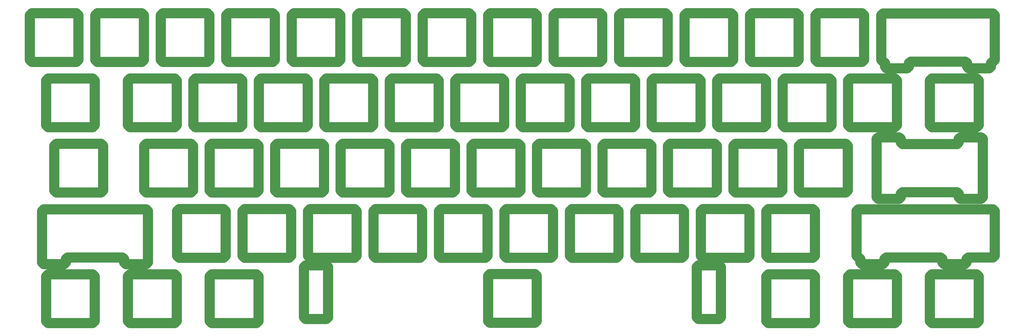
<source format=gbr>
G04 #@! TF.GenerationSoftware,KiCad,Pcbnew,(5.1.11)-1*
G04 #@! TF.CreationDate,2022-08-10T17:44:51+07:00*
G04 #@! TF.ProjectId,Plate,506c6174-652e-46b6-9963-61645f706362,rev?*
G04 #@! TF.SameCoordinates,Original*
G04 #@! TF.FileFunction,Legend,Bot*
G04 #@! TF.FilePolarity,Positive*
%FSLAX45Y45*%
G04 Gerber Fmt 4.5, Leading zero omitted, Abs format (unit mm)*
G04 Created by KiCad (PCBNEW (5.1.11)-1) date 2022-08-10 17:44:51*
%MOMM*%
%LPD*%
G01*
G04 APERTURE LIST*
%ADD10C,3.000000*%
G04 APERTURE END LIST*
D10*
X24959748Y-11765557D02*
X28879123Y-11765557D01*
X24959748Y-11765557D02*
X24909748Y-11815557D01*
X24909748Y-13115557D02*
X24909748Y-11815557D01*
X24909748Y-13115557D02*
X24959748Y-13165557D01*
X24968448Y-13165557D02*
X24959748Y-13165557D01*
X25018448Y-13215557D02*
X24968448Y-13165557D01*
X25018448Y-13315557D02*
X25018448Y-13215557D01*
X25018448Y-13315557D02*
X25068448Y-13365557D01*
X25668448Y-13365557D02*
X25068448Y-13365557D01*
X25668448Y-13365557D02*
X25718448Y-13315557D01*
X25718448Y-13215557D02*
X25718448Y-13315557D01*
X25768448Y-13165557D02*
X25718448Y-13215557D01*
X27356048Y-13165557D02*
X25768448Y-13165557D01*
X27406048Y-13215557D02*
X27356048Y-13165557D01*
X27406048Y-13315557D02*
X27406048Y-13215557D01*
X27406048Y-13315557D02*
X27456048Y-13365557D01*
X28056048Y-13365557D02*
X27456048Y-13365557D01*
X28056048Y-13365557D02*
X28106048Y-13315557D01*
X28106048Y-13215557D02*
X28106048Y-13315557D01*
X28156048Y-13165557D02*
X28106048Y-13215557D01*
X28879123Y-13165557D02*
X28156048Y-13165557D01*
X28879123Y-13165557D02*
X28929123Y-13115557D01*
X28929123Y-11815557D02*
X28929123Y-13115557D01*
X28929123Y-11815557D02*
X28879123Y-11765557D01*
X25674123Y-6050557D02*
X28879123Y-6050557D01*
X25674123Y-6050557D02*
X25624123Y-6100557D01*
X25624123Y-7400557D02*
X25624123Y-6100557D01*
X25624123Y-7400557D02*
X25674123Y-7450557D01*
X25682823Y-7450557D02*
X25674123Y-7450557D01*
X25732823Y-7500557D02*
X25682823Y-7450557D01*
X25732823Y-7600557D02*
X25732823Y-7500557D01*
X25732823Y-7600557D02*
X25782823Y-7650557D01*
X26382823Y-7650557D02*
X25782823Y-7650557D01*
X26382823Y-7650557D02*
X26432823Y-7600557D01*
X26432823Y-7500557D02*
X26432823Y-7600557D01*
X26482823Y-7450557D02*
X26432823Y-7500557D01*
X28070423Y-7450557D02*
X26482823Y-7450557D01*
X28120423Y-7500557D02*
X28070423Y-7450557D01*
X28120423Y-7600557D02*
X28120423Y-7500557D01*
X28120423Y-7600557D02*
X28170423Y-7650557D01*
X28770423Y-7650557D02*
X28170423Y-7650557D01*
X28770423Y-7650557D02*
X28820423Y-7600557D01*
X28820423Y-7500557D02*
X28820423Y-7600557D01*
X28870423Y-7450557D02*
X28820423Y-7500557D01*
X28879123Y-7450557D02*
X28870423Y-7450557D01*
X28879123Y-7450557D02*
X28929123Y-7400557D01*
X28929123Y-6100557D02*
X28929123Y-7400557D01*
X28929123Y-6100557D02*
X28879123Y-6050557D01*
X9479124Y-13396479D02*
X9529124Y-13446479D01*
X8879124Y-13396479D02*
X9479124Y-13396479D01*
X8829124Y-13446479D02*
X8879124Y-13396479D01*
X8829124Y-14915557D02*
X8829124Y-13446479D01*
X8879124Y-14965557D02*
X8829124Y-14915557D01*
X9479124Y-14965557D02*
X8879124Y-14965557D01*
X9529124Y-14915557D02*
X9479124Y-14965557D01*
X9529124Y-13446479D02*
X9529124Y-14915557D01*
X20909123Y-13396479D02*
X20959123Y-13446479D01*
X20309123Y-13396479D02*
X20909123Y-13396479D01*
X20259123Y-13446479D02*
X20309123Y-13396479D01*
X20259123Y-14915557D02*
X20259123Y-13446479D01*
X20309123Y-14965557D02*
X20259123Y-14915557D01*
X20909123Y-14965557D02*
X20309123Y-14965557D01*
X20959123Y-14915557D02*
X20909123Y-14965557D01*
X20959123Y-13446479D02*
X20959123Y-14915557D01*
X15553409Y-13655557D02*
X15604123Y-13706272D01*
X14234837Y-13655557D02*
X15553409Y-13655557D01*
X14184123Y-13706272D02*
X14234837Y-13655557D01*
X14184123Y-15024843D02*
X14184123Y-13706272D01*
X14234837Y-15075557D02*
X14184123Y-15024843D01*
X15553409Y-15075557D02*
X14234837Y-15075557D01*
X15604123Y-15024843D02*
X15553409Y-15075557D01*
X15604123Y-13706272D02*
X15604123Y-15024843D01*
X25069092Y-6040558D02*
X25129106Y-6100571D01*
X23769154Y-6040558D02*
X25069092Y-6040558D01*
X23709123Y-6100571D02*
X23769154Y-6040558D01*
X23709123Y-7400509D02*
X23709123Y-6100571D01*
X23769154Y-7460523D02*
X23709123Y-7400509D01*
X25069092Y-7460523D02*
X23769154Y-7460523D01*
X25129106Y-7400509D02*
X25069092Y-7460523D01*
X25129106Y-6100571D02*
X25129106Y-7400509D01*
X23164109Y-6040558D02*
X23224106Y-6100571D01*
X21864137Y-6040558D02*
X23164109Y-6040558D01*
X21804123Y-6100571D02*
X21864137Y-6040558D01*
X21804123Y-7400509D02*
X21804123Y-6100571D01*
X21864137Y-7460523D02*
X21804123Y-7400509D01*
X23164109Y-7460523D02*
X21864137Y-7460523D01*
X23224106Y-7400509D02*
X23164109Y-7460523D01*
X23224106Y-6100571D02*
X23224106Y-7400509D01*
X21259109Y-6040558D02*
X21319106Y-6100571D01*
X19959137Y-6040558D02*
X21259109Y-6040558D01*
X19899123Y-6100571D02*
X19959137Y-6040558D01*
X19899123Y-7400509D02*
X19899123Y-6100571D01*
X19959137Y-7460523D02*
X19899123Y-7400509D01*
X21259109Y-7460523D02*
X19959137Y-7460523D01*
X21319106Y-7400509D02*
X21259109Y-7460523D01*
X21319106Y-6100571D02*
X21319106Y-7400509D01*
X19354109Y-6040558D02*
X19414106Y-6100571D01*
X18054137Y-6040558D02*
X19354109Y-6040558D01*
X17994123Y-6100571D02*
X18054137Y-6040558D01*
X17994123Y-7400509D02*
X17994123Y-6100571D01*
X18054137Y-7460523D02*
X17994123Y-7400509D01*
X19354109Y-7460523D02*
X18054137Y-7460523D01*
X19414106Y-7400509D02*
X19354109Y-7460523D01*
X19414106Y-6100571D02*
X19414106Y-7400509D01*
X17449109Y-6040558D02*
X17509106Y-6100571D01*
X16149137Y-6040558D02*
X17449109Y-6040558D01*
X16089123Y-6100571D02*
X16149137Y-6040558D01*
X16089123Y-7400509D02*
X16089123Y-6100571D01*
X16149137Y-7460523D02*
X16089123Y-7400509D01*
X17449109Y-7460523D02*
X16149137Y-7460523D01*
X17509106Y-7400509D02*
X17449109Y-7460523D01*
X17509106Y-6100571D02*
X17509106Y-7400509D01*
X15544109Y-6040558D02*
X15604106Y-6100571D01*
X14244137Y-6040558D02*
X15544109Y-6040558D01*
X14184123Y-6100571D02*
X14244137Y-6040558D01*
X14184123Y-7400509D02*
X14184123Y-6100571D01*
X14244137Y-7460523D02*
X14184123Y-7400509D01*
X15544109Y-7460523D02*
X14244137Y-7460523D01*
X15604106Y-7400509D02*
X15544109Y-7460523D01*
X15604106Y-6100571D02*
X15604106Y-7400509D01*
X13639109Y-6040558D02*
X13699106Y-6100571D01*
X12338999Y-6040558D02*
X13639109Y-6040558D01*
X12278986Y-6100571D02*
X12338999Y-6040558D01*
X12278986Y-7400509D02*
X12278986Y-6100571D01*
X12338999Y-7460523D02*
X12278986Y-7400509D01*
X13639109Y-7460523D02*
X12338999Y-7460523D01*
X13699106Y-7400509D02*
X13639109Y-7460523D01*
X13699106Y-6100571D02*
X13699106Y-7400509D01*
X11734109Y-6040558D02*
X11794106Y-6100571D01*
X10433999Y-6040558D02*
X11734109Y-6040558D01*
X10373986Y-6100571D02*
X10433999Y-6040558D01*
X10373986Y-7400509D02*
X10373986Y-6100571D01*
X10433999Y-7460523D02*
X10373986Y-7400509D01*
X11734109Y-7460523D02*
X10433999Y-7460523D01*
X11794106Y-7400509D02*
X11734109Y-7460523D01*
X11794106Y-6100571D02*
X11794106Y-7400509D01*
X9829109Y-6040558D02*
X9889106Y-6100571D01*
X8529137Y-6040558D02*
X9829109Y-6040558D01*
X8469123Y-6100571D02*
X8529137Y-6040558D01*
X8469123Y-7400509D02*
X8469123Y-6100571D01*
X8529137Y-7460523D02*
X8469123Y-7400509D01*
X9829109Y-7460523D02*
X8529137Y-7460523D01*
X9889106Y-7400509D02*
X9829109Y-7460523D01*
X9889106Y-6100571D02*
X9889106Y-7400509D01*
X7924109Y-6040558D02*
X7984106Y-6100571D01*
X6624137Y-6040558D02*
X7924109Y-6040558D01*
X6564123Y-6100571D02*
X6624137Y-6040558D01*
X6564123Y-7400509D02*
X6564123Y-6100571D01*
X6624137Y-7460523D02*
X6564123Y-7400509D01*
X7924109Y-7460523D02*
X6624137Y-7460523D01*
X7984106Y-7400509D02*
X7924109Y-7460523D01*
X7984106Y-6100571D02*
X7984106Y-7400509D01*
X6019109Y-6040558D02*
X6079106Y-6100571D01*
X4719137Y-6040558D02*
X6019109Y-6040558D01*
X4659123Y-6100571D02*
X4719137Y-6040558D01*
X4659123Y-7400509D02*
X4659123Y-6100571D01*
X4719137Y-7460523D02*
X4659123Y-7400509D01*
X6019109Y-7460523D02*
X4719137Y-7460523D01*
X6079106Y-7400509D02*
X6019109Y-7460523D01*
X6079106Y-6100571D02*
X6079106Y-7400509D01*
X4114109Y-6040558D02*
X4174106Y-6100571D01*
X2814137Y-6040558D02*
X4114109Y-6040558D01*
X2754123Y-6100571D02*
X2814137Y-6040558D01*
X2754123Y-7400509D02*
X2754123Y-6100571D01*
X2814137Y-7460523D02*
X2754123Y-7400509D01*
X4114109Y-7460523D02*
X2814137Y-7460523D01*
X4174106Y-7400509D02*
X4114109Y-7460523D01*
X4174106Y-6100571D02*
X4174106Y-7400509D01*
X2209109Y-6040558D02*
X2269106Y-6100571D01*
X909137Y-6040558D02*
X2209109Y-6040558D01*
X849123Y-6100571D02*
X909137Y-6040558D01*
X849123Y-7400509D02*
X849123Y-6100571D01*
X909137Y-7460523D02*
X849123Y-7400509D01*
X2209109Y-7460523D02*
X909137Y-7460523D01*
X2269106Y-7400509D02*
X2209109Y-7460523D01*
X2269106Y-6100571D02*
X2269106Y-7400509D01*
X28402842Y-7945558D02*
X28462856Y-8005571D01*
X27102904Y-7945558D02*
X28402842Y-7945558D01*
X27042891Y-8005571D02*
X27102904Y-7945558D01*
X27042891Y-9305509D02*
X27042891Y-8005571D01*
X27102904Y-9365523D02*
X27042891Y-9305509D01*
X28402842Y-9365523D02*
X27102904Y-9365523D01*
X28462856Y-9305509D02*
X28402842Y-9365523D01*
X28462856Y-8005571D02*
X28462856Y-9305509D01*
X26021592Y-7945558D02*
X26081606Y-8005571D01*
X24721654Y-7945558D02*
X26021592Y-7945558D01*
X24661641Y-8005571D02*
X24721654Y-7945558D01*
X24661641Y-9305509D02*
X24661641Y-8005571D01*
X24721654Y-9365523D02*
X24661641Y-9305509D01*
X26021592Y-9365523D02*
X24721654Y-9365523D01*
X26081606Y-9305509D02*
X26021592Y-9365523D01*
X26081606Y-8005571D02*
X26081606Y-9305509D01*
X24116592Y-7945558D02*
X24176606Y-8005571D01*
X22816637Y-7945558D02*
X24116592Y-7945558D01*
X22756623Y-8005571D02*
X22816637Y-7945558D01*
X22756623Y-9305509D02*
X22756623Y-8005571D01*
X22816637Y-9365523D02*
X22756623Y-9305509D01*
X24116592Y-9365523D02*
X22816637Y-9365523D01*
X24176606Y-9305509D02*
X24116592Y-9365523D01*
X24176606Y-8005571D02*
X24176606Y-9305509D01*
X22211609Y-7945558D02*
X22271606Y-8005571D01*
X20911637Y-7945558D02*
X22211609Y-7945558D01*
X20851623Y-8005571D02*
X20911637Y-7945558D01*
X20851623Y-9305509D02*
X20851623Y-8005571D01*
X20911637Y-9365523D02*
X20851623Y-9305509D01*
X22211609Y-9365523D02*
X20911637Y-9365523D01*
X22271606Y-9305509D02*
X22211609Y-9365523D01*
X22271606Y-8005571D02*
X22271606Y-9305509D01*
X20306609Y-7945558D02*
X20366606Y-8005571D01*
X19006637Y-7945558D02*
X20306609Y-7945558D01*
X18946623Y-8005571D02*
X19006637Y-7945558D01*
X18946623Y-9305509D02*
X18946623Y-8005571D01*
X19006637Y-9365523D02*
X18946623Y-9305509D01*
X20306609Y-9365523D02*
X19006637Y-9365523D01*
X20366606Y-9305509D02*
X20306609Y-9365523D01*
X20366606Y-8005571D02*
X20366606Y-9305509D01*
X18401609Y-7945558D02*
X18461606Y-8005571D01*
X17101637Y-7945558D02*
X18401609Y-7945558D01*
X17041623Y-8005571D02*
X17101637Y-7945558D01*
X17041623Y-9305509D02*
X17041623Y-8005571D01*
X17101637Y-9365523D02*
X17041623Y-9305509D01*
X18401609Y-9365523D02*
X17101637Y-9365523D01*
X18461606Y-9305509D02*
X18401609Y-9365523D01*
X18461606Y-8005571D02*
X18461606Y-9305509D01*
X16496609Y-7945558D02*
X16556606Y-8005571D01*
X15196637Y-7945558D02*
X16496609Y-7945558D01*
X15136623Y-8005571D02*
X15196637Y-7945558D01*
X15136623Y-9305509D02*
X15136623Y-8005571D01*
X15196637Y-9365523D02*
X15136623Y-9305509D01*
X16496609Y-9365523D02*
X15196637Y-9365523D01*
X16556606Y-9305509D02*
X16496609Y-9365523D01*
X16556606Y-8005571D02*
X16556606Y-9305509D01*
X14591609Y-7945558D02*
X14651606Y-8005571D01*
X13291637Y-7945558D02*
X14591609Y-7945558D01*
X13231623Y-8005571D02*
X13291637Y-7945558D01*
X13231623Y-9305509D02*
X13231623Y-8005571D01*
X13291637Y-9365523D02*
X13231623Y-9305509D01*
X14591609Y-9365523D02*
X13291637Y-9365523D01*
X14651606Y-9305509D02*
X14591609Y-9365523D01*
X14651606Y-8005571D02*
X14651606Y-9305509D01*
X12686609Y-7945558D02*
X12746606Y-8005571D01*
X11386637Y-7945558D02*
X12686609Y-7945558D01*
X11326623Y-8005571D02*
X11386637Y-7945558D01*
X11326623Y-9305509D02*
X11326623Y-8005571D01*
X11386637Y-9365523D02*
X11326623Y-9305509D01*
X12686609Y-9365523D02*
X11386637Y-9365523D01*
X12746606Y-9305509D02*
X12686609Y-9365523D01*
X12746606Y-8005571D02*
X12746606Y-9305509D01*
X10781609Y-7945558D02*
X10841606Y-8005571D01*
X9481637Y-7945558D02*
X10781609Y-7945558D01*
X9421623Y-8005571D02*
X9481637Y-7945558D01*
X9421623Y-9305509D02*
X9421623Y-8005571D01*
X9481637Y-9365523D02*
X9421623Y-9305509D01*
X10781609Y-9365523D02*
X9481637Y-9365523D01*
X10841606Y-9305509D02*
X10781609Y-9365523D01*
X10841606Y-8005571D02*
X10841606Y-9305509D01*
X8876609Y-7945558D02*
X8936606Y-8005571D01*
X7576637Y-7945558D02*
X8876609Y-7945558D01*
X7516623Y-8005571D02*
X7576637Y-7945558D01*
X7516623Y-9305509D02*
X7516623Y-8005571D01*
X7576637Y-9365523D02*
X7516623Y-9305509D01*
X8876609Y-9365523D02*
X7576637Y-9365523D01*
X8936606Y-9305509D02*
X8876609Y-9365523D01*
X8936606Y-8005571D02*
X8936606Y-9305509D01*
X6971609Y-7945558D02*
X7031606Y-8005571D01*
X5671637Y-7945558D02*
X6971609Y-7945558D01*
X5611623Y-8005571D02*
X5671637Y-7945558D01*
X5611623Y-9305509D02*
X5611623Y-8005571D01*
X5671637Y-9365523D02*
X5611623Y-9305509D01*
X6971609Y-9365523D02*
X5671637Y-9365523D01*
X7031606Y-9305509D02*
X6971609Y-9365523D01*
X7031606Y-8005571D02*
X7031606Y-9305509D01*
X5066609Y-7945558D02*
X5126606Y-8005571D01*
X3766637Y-7945558D02*
X5066609Y-7945558D01*
X3706623Y-8005571D02*
X3766637Y-7945558D01*
X3706623Y-9305509D02*
X3706623Y-8005571D01*
X3766637Y-9365523D02*
X3706623Y-9305509D01*
X5066609Y-9365523D02*
X3766637Y-9365523D01*
X5126606Y-9305509D02*
X5066609Y-9365523D01*
X5126606Y-8005571D02*
X5126606Y-9305509D01*
X2685359Y-7945558D02*
X2745356Y-8005571D01*
X1385387Y-7945558D02*
X2685359Y-7945558D01*
X1325373Y-8005571D02*
X1385387Y-7945558D01*
X1325373Y-9305509D02*
X1325373Y-8005571D01*
X1385387Y-9365523D02*
X1325373Y-9305509D01*
X2685359Y-9365523D02*
X1385387Y-9365523D01*
X2745356Y-9305509D02*
X2685359Y-9365523D01*
X2745356Y-8005571D02*
X2745356Y-9305509D01*
X24592842Y-9850558D02*
X24652856Y-9910571D01*
X23292887Y-9850558D02*
X24592842Y-9850558D01*
X23232873Y-9910571D02*
X23292887Y-9850558D01*
X23232873Y-11210509D02*
X23232873Y-9910571D01*
X23292887Y-11270523D02*
X23232873Y-11210509D01*
X24592842Y-11270523D02*
X23292887Y-11270523D01*
X24652856Y-11210509D02*
X24592842Y-11270523D01*
X24652856Y-9910571D02*
X24652856Y-11210509D01*
X22687859Y-9850558D02*
X22747856Y-9910571D01*
X21387887Y-9850558D02*
X22687859Y-9850558D01*
X21327873Y-9910571D02*
X21387887Y-9850558D01*
X21327873Y-11210509D02*
X21327873Y-9910571D01*
X21387887Y-11270523D02*
X21327873Y-11210509D01*
X22687859Y-11270523D02*
X21387887Y-11270523D01*
X22747856Y-11210509D02*
X22687859Y-11270523D01*
X22747856Y-9910571D02*
X22747856Y-11210509D01*
X20782859Y-9850558D02*
X20842856Y-9910571D01*
X19482887Y-9850558D02*
X20782859Y-9850558D01*
X19422873Y-9910571D02*
X19482887Y-9850558D01*
X19422873Y-11210509D02*
X19422873Y-9910571D01*
X19482887Y-11270523D02*
X19422873Y-11210509D01*
X20782859Y-11270523D02*
X19482887Y-11270523D01*
X20842856Y-11210509D02*
X20782859Y-11270523D01*
X20842856Y-9910571D02*
X20842856Y-11210509D01*
X18877859Y-9850558D02*
X18937856Y-9910571D01*
X17577887Y-9850558D02*
X18877859Y-9850558D01*
X17517873Y-9910571D02*
X17577887Y-9850558D01*
X17517873Y-11210509D02*
X17517873Y-9910571D01*
X17577887Y-11270523D02*
X17517873Y-11210509D01*
X18877859Y-11270523D02*
X17577887Y-11270523D01*
X18937856Y-11210509D02*
X18877859Y-11270523D01*
X18937856Y-9910571D02*
X18937856Y-11210509D01*
X16972859Y-9850558D02*
X17032856Y-9910571D01*
X15672887Y-9850558D02*
X16972859Y-9850558D01*
X15612873Y-9910571D02*
X15672887Y-9850558D01*
X15612873Y-11210509D02*
X15612873Y-9910571D01*
X15672887Y-11270523D02*
X15612873Y-11210509D01*
X16972859Y-11270523D02*
X15672887Y-11270523D01*
X17032856Y-11210509D02*
X16972859Y-11270523D01*
X17032856Y-9910571D02*
X17032856Y-11210509D01*
X15067859Y-9850558D02*
X15127856Y-9910571D01*
X13767887Y-9850558D02*
X15067859Y-9850558D01*
X13707873Y-9910571D02*
X13767887Y-9850558D01*
X13707873Y-11210509D02*
X13707873Y-9910571D01*
X13767887Y-11270523D02*
X13707873Y-11210509D01*
X15067859Y-11270523D02*
X13767887Y-11270523D01*
X15127856Y-11210509D02*
X15067859Y-11270523D01*
X15127856Y-9910571D02*
X15127856Y-11210509D01*
X13162859Y-9850558D02*
X13222856Y-9910571D01*
X11862887Y-9850558D02*
X13162859Y-9850558D01*
X11802873Y-9910571D02*
X11862887Y-9850558D01*
X11802873Y-11210509D02*
X11802873Y-9910571D01*
X11862887Y-11270523D02*
X11802873Y-11210509D01*
X13162859Y-11270523D02*
X11862887Y-11270523D01*
X13222856Y-11210509D02*
X13162859Y-11270523D01*
X13222856Y-9910571D02*
X13222856Y-11210509D01*
X11257859Y-9850558D02*
X11317856Y-9910571D01*
X9957887Y-9850558D02*
X11257859Y-9850558D01*
X9897873Y-9910571D02*
X9957887Y-9850558D01*
X9897873Y-11210509D02*
X9897873Y-9910571D01*
X9957887Y-11270523D02*
X9897873Y-11210509D01*
X11257859Y-11270523D02*
X9957887Y-11270523D01*
X11317856Y-11210509D02*
X11257859Y-11270523D01*
X11317856Y-9910571D02*
X11317856Y-11210509D01*
X9352859Y-9850558D02*
X9412856Y-9910571D01*
X8052887Y-9850558D02*
X9352859Y-9850558D01*
X7992873Y-9910571D02*
X8052887Y-9850558D01*
X7992873Y-11210509D02*
X7992873Y-9910571D01*
X8052887Y-11270523D02*
X7992873Y-11210509D01*
X9352859Y-11270523D02*
X8052887Y-11270523D01*
X9412856Y-11210509D02*
X9352859Y-11270523D01*
X9412856Y-9910571D02*
X9412856Y-11210509D01*
X7447859Y-9850558D02*
X7507856Y-9910571D01*
X6147887Y-9850558D02*
X7447859Y-9850558D01*
X6087873Y-9910571D02*
X6147887Y-9850558D01*
X6087873Y-11210509D02*
X6087873Y-9910571D01*
X6147887Y-11270523D02*
X6087873Y-11210509D01*
X7447859Y-11270523D02*
X6147887Y-11270523D01*
X7507856Y-11210509D02*
X7447859Y-11270523D01*
X7507856Y-9910571D02*
X7507856Y-11210509D01*
X5542859Y-9850558D02*
X5602856Y-9910571D01*
X4242887Y-9850558D02*
X5542859Y-9850558D01*
X4182873Y-9910571D02*
X4242887Y-9850558D01*
X4182873Y-11210509D02*
X4182873Y-9910571D01*
X4242887Y-11270523D02*
X4182873Y-11210509D01*
X5542859Y-11270523D02*
X4242887Y-11270523D01*
X5602856Y-11210509D02*
X5542859Y-11270523D01*
X5602856Y-9910571D02*
X5602856Y-11210509D01*
X2923484Y-9850558D02*
X2983481Y-9910571D01*
X1623374Y-9850558D02*
X2923484Y-9850558D01*
X1563361Y-9910571D02*
X1623374Y-9850558D01*
X1563361Y-11210509D02*
X1563361Y-9910571D01*
X1623374Y-11270523D02*
X1563361Y-11210509D01*
X2923484Y-11270523D02*
X1623374Y-11270523D01*
X2983481Y-11210509D02*
X2923484Y-11270523D01*
X2983481Y-9910571D02*
X2983481Y-11210509D01*
X23640359Y-11755558D02*
X23700356Y-11815571D01*
X22340387Y-11755558D02*
X23640359Y-11755558D01*
X22280373Y-11815571D02*
X22340387Y-11755558D01*
X22280373Y-13115509D02*
X22280373Y-11815571D01*
X22340387Y-13175523D02*
X22280373Y-13115509D01*
X23640359Y-13175523D02*
X22340387Y-13175523D01*
X23700356Y-13115509D02*
X23640359Y-13175523D01*
X23700356Y-11815571D02*
X23700356Y-13115509D01*
X21735359Y-11755558D02*
X21795356Y-11815571D01*
X20435387Y-11755558D02*
X21735359Y-11755558D01*
X20375373Y-11815571D02*
X20435387Y-11755558D01*
X20375373Y-13115509D02*
X20375373Y-11815571D01*
X20435387Y-13175523D02*
X20375373Y-13115509D01*
X21735359Y-13175523D02*
X20435387Y-13175523D01*
X21795356Y-13115509D02*
X21735359Y-13175523D01*
X21795356Y-11815571D02*
X21795356Y-13115509D01*
X19830359Y-11755558D02*
X19890356Y-11815571D01*
X18530387Y-11755558D02*
X19830359Y-11755558D01*
X18470373Y-11815571D02*
X18530387Y-11755558D01*
X18470373Y-13115509D02*
X18470373Y-11815571D01*
X18530387Y-13175523D02*
X18470373Y-13115509D01*
X19830359Y-13175523D02*
X18530387Y-13175523D01*
X19890356Y-13115509D02*
X19830359Y-13175523D01*
X19890356Y-11815571D02*
X19890356Y-13115509D01*
X17925359Y-11755558D02*
X17985356Y-11815571D01*
X16625387Y-11755558D02*
X17925359Y-11755558D01*
X16565373Y-11815571D02*
X16625387Y-11755558D01*
X16565373Y-13115509D02*
X16565373Y-11815571D01*
X16625387Y-13175523D02*
X16565373Y-13115509D01*
X17925359Y-13175523D02*
X16625387Y-13175523D01*
X17985356Y-13115509D02*
X17925359Y-13175523D01*
X17985356Y-11815571D02*
X17985356Y-13115509D01*
X16020359Y-11755558D02*
X16080356Y-11815571D01*
X14720387Y-11755558D02*
X16020359Y-11755558D01*
X14660373Y-11815571D02*
X14720387Y-11755558D01*
X14660373Y-13115509D02*
X14660373Y-11815571D01*
X14720387Y-13175523D02*
X14660373Y-13115509D01*
X16020359Y-13175523D02*
X14720387Y-13175523D01*
X16080356Y-13115509D02*
X16020359Y-13175523D01*
X16080356Y-11815571D02*
X16080356Y-13115509D01*
X14115359Y-11755558D02*
X14175356Y-11815571D01*
X12815387Y-11755558D02*
X14115359Y-11755558D01*
X12755373Y-11815571D02*
X12815387Y-11755558D01*
X12755373Y-13115509D02*
X12755373Y-11815571D01*
X12815387Y-13175523D02*
X12755373Y-13115509D01*
X14115359Y-13175523D02*
X12815387Y-13175523D01*
X14175356Y-13115509D02*
X14115359Y-13175523D01*
X14175356Y-11815571D02*
X14175356Y-13115509D01*
X12210359Y-11755558D02*
X12270356Y-11815571D01*
X10910387Y-11755558D02*
X12210359Y-11755558D01*
X10850373Y-11815571D02*
X10910387Y-11755558D01*
X10850373Y-13115509D02*
X10850373Y-11815571D01*
X10910387Y-13175523D02*
X10850373Y-13115509D01*
X12210359Y-13175523D02*
X10910387Y-13175523D01*
X12270356Y-13115509D02*
X12210359Y-13175523D01*
X12270356Y-11815571D02*
X12270356Y-13115509D01*
X10305359Y-11755558D02*
X10365356Y-11815571D01*
X9005387Y-11755558D02*
X10305359Y-11755558D01*
X8945373Y-11815571D02*
X9005387Y-11755558D01*
X8945373Y-13115509D02*
X8945373Y-11815571D01*
X9005387Y-13175523D02*
X8945373Y-13115509D01*
X10305359Y-13175523D02*
X9005387Y-13175523D01*
X10365356Y-13115509D02*
X10305359Y-13175523D01*
X10365356Y-11815571D02*
X10365356Y-13115509D01*
X8400359Y-11755558D02*
X8460356Y-11815571D01*
X7100387Y-11755558D02*
X8400359Y-11755558D01*
X7040373Y-11815571D02*
X7100387Y-11755558D01*
X7040373Y-13115509D02*
X7040373Y-11815571D01*
X7100387Y-13175523D02*
X7040373Y-13115509D01*
X8400359Y-13175523D02*
X7100387Y-13175523D01*
X8460356Y-13115509D02*
X8400359Y-13175523D01*
X8460356Y-11815571D02*
X8460356Y-13115509D01*
X6495359Y-11755558D02*
X6555356Y-11815571D01*
X5195387Y-11755558D02*
X6495359Y-11755558D01*
X5135373Y-11815571D02*
X5195387Y-11755558D01*
X5135373Y-13115509D02*
X5135373Y-11815571D01*
X5195387Y-13175523D02*
X5135373Y-13115509D01*
X6495359Y-13175523D02*
X5195387Y-13175523D01*
X6555356Y-13115509D02*
X6495359Y-13175523D01*
X6555356Y-11815571D02*
X6555356Y-13115509D01*
X28402842Y-13660558D02*
X28462856Y-13720571D01*
X27102904Y-13660558D02*
X28402842Y-13660558D01*
X27042891Y-13720571D02*
X27102904Y-13660558D01*
X27042891Y-15020509D02*
X27042891Y-13720571D01*
X27102904Y-15080523D02*
X27042891Y-15020509D01*
X28402842Y-15080523D02*
X27102904Y-15080523D01*
X28462856Y-15020509D02*
X28402842Y-15080523D01*
X28462856Y-13720571D02*
X28462856Y-15020509D01*
X26021592Y-13660558D02*
X26081606Y-13720571D01*
X24721654Y-13660558D02*
X26021592Y-13660558D01*
X24661641Y-13720571D02*
X24721654Y-13660558D01*
X24661641Y-15020509D02*
X24661641Y-13720571D01*
X24721654Y-15080523D02*
X24661641Y-15020509D01*
X26021592Y-15080523D02*
X24721654Y-15080523D01*
X26081606Y-15020509D02*
X26021592Y-15080523D01*
X26081606Y-13720571D02*
X26081606Y-15020509D01*
X23640359Y-13660558D02*
X23700356Y-13720571D01*
X22340387Y-13660558D02*
X23640359Y-13660558D01*
X22280373Y-13720571D02*
X22340387Y-13660558D01*
X22280373Y-15020509D02*
X22280373Y-13720571D01*
X22340387Y-15080523D02*
X22280373Y-15020509D01*
X23640359Y-15080523D02*
X22340387Y-15080523D01*
X23700356Y-15020509D02*
X23640359Y-15080523D01*
X23700356Y-13720571D02*
X23700356Y-15020509D01*
X7447859Y-13660558D02*
X7507856Y-13720571D01*
X6147887Y-13660558D02*
X7447859Y-13660558D01*
X6087873Y-13720571D02*
X6147887Y-13660558D01*
X6087873Y-15020509D02*
X6087873Y-13720571D01*
X6147887Y-15080523D02*
X6087873Y-15020509D01*
X7447859Y-15080523D02*
X6147887Y-15080523D01*
X7507856Y-15020509D02*
X7447859Y-15080523D01*
X7507856Y-13720571D02*
X7507856Y-15020509D01*
X5066609Y-13660558D02*
X5126606Y-13720571D01*
X3766637Y-13660558D02*
X5066609Y-13660558D01*
X3706623Y-13720571D02*
X3766637Y-13660558D01*
X3706623Y-15020509D02*
X3706623Y-13720571D01*
X3766637Y-15080523D02*
X3706623Y-15020509D01*
X5066609Y-15080523D02*
X3766637Y-15080523D01*
X5126606Y-15020509D02*
X5066609Y-15080523D01*
X5126606Y-13720571D02*
X5126606Y-15020509D01*
X2685359Y-13660558D02*
X2745356Y-13720571D01*
X1385387Y-13660558D02*
X2685359Y-13660558D01*
X1325373Y-13720571D02*
X1385387Y-13660558D01*
X1325373Y-15020509D02*
X1325373Y-13720571D01*
X1385387Y-15080523D02*
X1325373Y-15020509D01*
X2685359Y-15080523D02*
X1385387Y-15080523D01*
X2745356Y-15020509D02*
X2685359Y-15080523D01*
X2745356Y-13720571D02*
X2745356Y-15020509D01*
X26194698Y-11310557D02*
X26194698Y-11410557D01*
X26244698Y-11260557D02*
X26194698Y-11310557D01*
X27832298Y-11260557D02*
X26244698Y-11260557D01*
X27882298Y-11310557D02*
X27832298Y-11260557D01*
X27882298Y-11410557D02*
X27882298Y-11310557D01*
X27882298Y-11410557D02*
X27932298Y-11460557D01*
X28532298Y-11460557D02*
X27932298Y-11460557D01*
X28532298Y-11460557D02*
X28582298Y-11410557D01*
X28582298Y-9710557D02*
X28582298Y-11410557D01*
X28582298Y-9710557D02*
X28532298Y-9660557D01*
X27932298Y-9660557D02*
X28532298Y-9660557D01*
X27932298Y-9660557D02*
X27882298Y-9710557D01*
X27882298Y-9810557D02*
X27882298Y-9710557D01*
X27832298Y-9860557D02*
X27882298Y-9810557D01*
X26244698Y-9860557D02*
X27832298Y-9860557D01*
X26194698Y-9810557D02*
X26244698Y-9860557D01*
X26194698Y-9710557D02*
X26194698Y-9810557D01*
X26194698Y-9710557D02*
X26144698Y-9660557D01*
X25544698Y-9660557D02*
X26144698Y-9660557D01*
X25544698Y-9660557D02*
X25494698Y-9710557D01*
X25494698Y-11410557D02*
X25494698Y-9710557D01*
X25494698Y-11410557D02*
X25544698Y-11460557D01*
X26144698Y-11460557D02*
X25544698Y-11460557D01*
X26144698Y-11460557D02*
X26194698Y-11410557D01*
X1905948Y-13215557D02*
X1905948Y-13315557D01*
X1955948Y-13165557D02*
X1905948Y-13215557D01*
X3543548Y-13165557D02*
X1955948Y-13165557D01*
X3593548Y-13215557D02*
X3543548Y-13165557D01*
X3593548Y-13315557D02*
X3593548Y-13215557D01*
X3593548Y-13315557D02*
X3643548Y-13365557D01*
X4243548Y-13365557D02*
X3643548Y-13365557D01*
X4243548Y-13365557D02*
X4293548Y-13315557D01*
X4293548Y-11815557D02*
X4293548Y-13315557D01*
X4293548Y-11815557D02*
X4243548Y-11765557D01*
X1255948Y-11765557D02*
X4243548Y-11765557D01*
X1255948Y-11765557D02*
X1205948Y-11815557D01*
X1205948Y-13315557D02*
X1205948Y-11815557D01*
X1205948Y-13315557D02*
X1255948Y-13365557D01*
X1855948Y-13365557D02*
X1255948Y-13365557D01*
X1855948Y-13365557D02*
X1905948Y-13315557D01*
M02*

</source>
